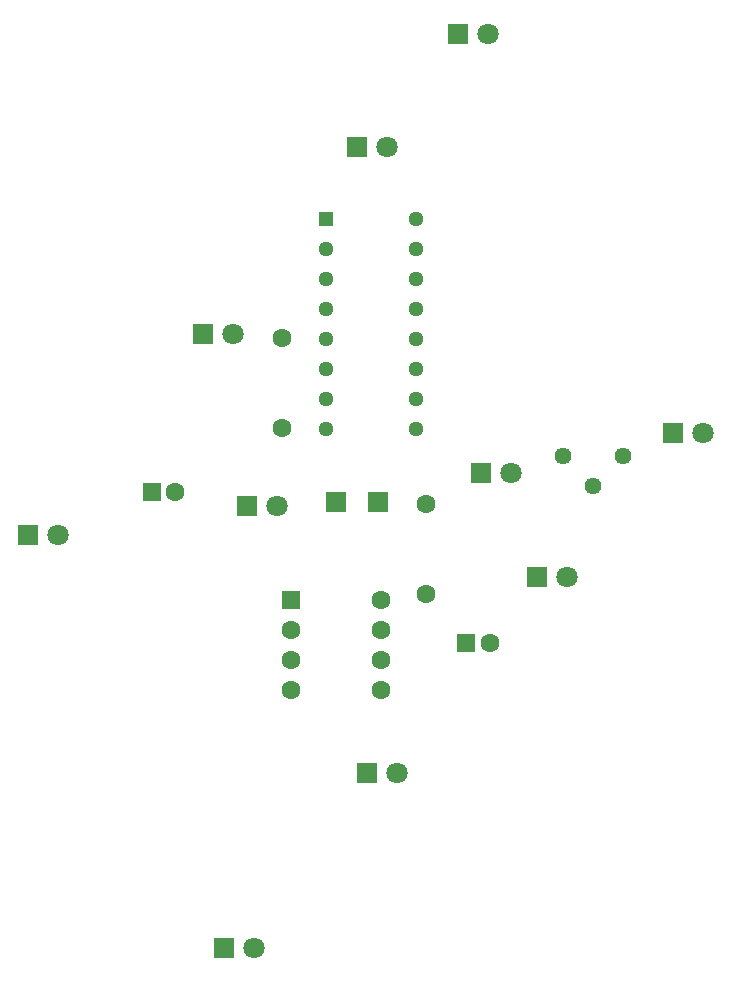
<source format=gts>
%TF.GenerationSoftware,KiCad,Pcbnew,9.0.6*%
%TF.CreationDate,2026-01-24T18:36:13+02:00*%
%TF.ProjectId,led chaser,6c656420-6368-4617-9365-722e6b696361,rev?*%
%TF.SameCoordinates,Original*%
%TF.FileFunction,Soldermask,Top*%
%TF.FilePolarity,Negative*%
%FSLAX46Y46*%
G04 Gerber Fmt 4.6, Leading zero omitted, Abs format (unit mm)*
G04 Created by KiCad (PCBNEW 9.0.6) date 2026-01-24 18:36:13*
%MOMM*%
%LPD*%
G01*
G04 APERTURE LIST*
G04 Aperture macros list*
%AMRoundRect*
0 Rectangle with rounded corners*
0 $1 Rounding radius*
0 $2 $3 $4 $5 $6 $7 $8 $9 X,Y pos of 4 corners*
0 Add a 4 corners polygon primitive as box body*
4,1,4,$2,$3,$4,$5,$6,$7,$8,$9,$2,$3,0*
0 Add four circle primitives for the rounded corners*
1,1,$1+$1,$2,$3*
1,1,$1+$1,$4,$5*
1,1,$1+$1,$6,$7*
1,1,$1+$1,$8,$9*
0 Add four rect primitives between the rounded corners*
20,1,$1+$1,$2,$3,$4,$5,0*
20,1,$1+$1,$4,$5,$6,$7,0*
20,1,$1+$1,$6,$7,$8,$9,0*
20,1,$1+$1,$8,$9,$2,$3,0*%
G04 Aperture macros list end*
%ADD10C,1.600000*%
%ADD11R,1.800000X1.800000*%
%ADD12C,1.800000*%
%ADD13RoundRect,0.250000X-0.550000X-0.550000X0.550000X-0.550000X0.550000X0.550000X-0.550000X0.550000X0*%
%ADD14C,1.440000*%
%ADD15R,1.700000X1.700000*%
%ADD16R,1.295400X1.295400*%
%ADD17C,1.295400*%
G04 APERTURE END LIST*
D10*
%TO.C,R1*%
X161200000Y-119620000D03*
X161200000Y-112000000D03*
%TD*%
D11*
%TO.C,D3*%
X142330000Y-97600000D03*
D12*
X144870000Y-97600000D03*
%TD*%
D13*
%TO.C,C1 0.01 uF*%
X138000000Y-111000000D03*
D10*
X140000000Y-111000000D03*
%TD*%
D14*
%TO.C,RV1*%
X177940000Y-107920000D03*
X175400000Y-110460000D03*
X172860000Y-107920000D03*
%TD*%
D15*
%TO.C,GND*%
X157200000Y-111800000D03*
%TD*%
D11*
%TO.C,D7*%
X182130000Y-106000000D03*
D12*
X184670000Y-106000000D03*
%TD*%
D11*
%TO.C,D6*%
X165860000Y-109400000D03*
D12*
X168400000Y-109400000D03*
%TD*%
D15*
%TO.C,5V*%
X153600000Y-111800000D03*
%TD*%
D11*
%TO.C,D10*%
X144130000Y-149600000D03*
D12*
X146670000Y-149600000D03*
%TD*%
D11*
%TO.C,D5*%
X146060000Y-112200000D03*
D12*
X148600000Y-112200000D03*
%TD*%
D11*
%TO.C,D9*%
X156260000Y-134800000D03*
D12*
X158800000Y-134800000D03*
%TD*%
D11*
%TO.C,D4*%
X127530000Y-114600000D03*
D12*
X130070000Y-114600000D03*
%TD*%
D13*
%TO.C,C2 1uF*%
X164644888Y-123800000D03*
D10*
X166644888Y-123800000D03*
%TD*%
%TO.C,R2 470 Ohm*%
X149000000Y-97990000D03*
X149000000Y-105610000D03*
%TD*%
D11*
%TO.C,D2*%
X155400000Y-81800000D03*
D12*
X157940000Y-81800000D03*
%TD*%
D13*
%TO.C,U2*%
X149800000Y-120180000D03*
D10*
X149800000Y-122720000D03*
X149800000Y-125260000D03*
X149800000Y-127800000D03*
X157420000Y-127800000D03*
X157420000Y-125260000D03*
X157420000Y-122720000D03*
X157420000Y-120180000D03*
%TD*%
D11*
%TO.C,D1*%
X163930000Y-72200000D03*
D12*
X166470000Y-72200000D03*
%TD*%
D16*
%TO.C,U1*%
X152790000Y-87910000D03*
D17*
X152790000Y-90450000D03*
X152790000Y-92990000D03*
X152790000Y-95530000D03*
X152790000Y-98070000D03*
X152790000Y-100610000D03*
X152790000Y-103150000D03*
X152790000Y-105690000D03*
X160410000Y-105690000D03*
X160410000Y-103150000D03*
X160410000Y-100610000D03*
X160410000Y-98070000D03*
X160410000Y-95530000D03*
X160410000Y-92990000D03*
X160410000Y-90450000D03*
X160410000Y-87910000D03*
%TD*%
D11*
%TO.C,D8*%
X170660000Y-118200000D03*
D12*
X173200000Y-118200000D03*
%TD*%
M02*

</source>
